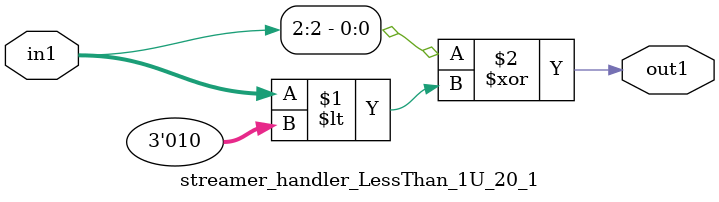
<source format=v>

`timescale 1ps / 1ps


module streamer_handler_LessThan_1U_20_1( in1, out1 );

    input [2:0] in1;
    output out1;

    
    // rtl_process:streamer_handler_LessThan_1U_20_1/streamer_handler_LessThan_1U_20_1_thread_1
    assign out1 = (in1[2] ^ in1 < 3'd2);

endmodule



</source>
